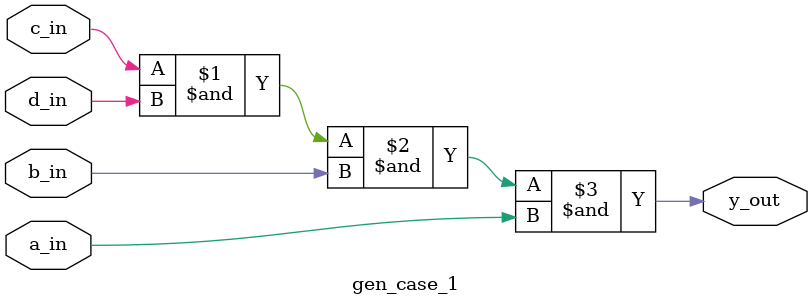
<source format=v>
`timescale 1ns / 1ps

module gen_case_1(
    input a_in,
    input b_in,
    input c_in,
    input d_in,
    output y_out
    );

parameter PRIORITY_LOGIC = 1; 

generate   
    case(PRIORITY_LOGIC)
    1'b0: assign y_out = (a_in & b_in) & (c_in & d_in);
    1'b1: assign y_out = c_in & d_in & b_in & a_in;
    endcase
endgenerate

endmodule

</source>
